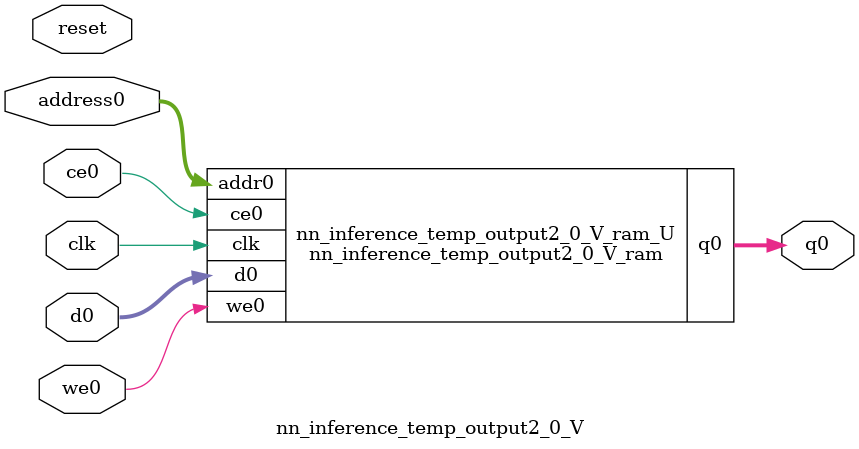
<source format=v>
`timescale 1 ns / 1 ps
module nn_inference_temp_output2_0_V_ram (addr0, ce0, d0, we0, q0,  clk);

parameter DWIDTH = 24;
parameter AWIDTH = 3;
parameter MEM_SIZE = 5;

input[AWIDTH-1:0] addr0;
input ce0;
input[DWIDTH-1:0] d0;
input we0;
output reg[DWIDTH-1:0] q0;
input clk;

reg [DWIDTH-1:0] ram[0:MEM_SIZE-1];




always @(posedge clk)  
begin 
    if (ce0) begin
        if (we0) 
            ram[addr0] <= d0; 
        q0 <= ram[addr0];
    end
end


endmodule

`timescale 1 ns / 1 ps
module nn_inference_temp_output2_0_V(
    reset,
    clk,
    address0,
    ce0,
    we0,
    d0,
    q0);

parameter DataWidth = 32'd24;
parameter AddressRange = 32'd5;
parameter AddressWidth = 32'd3;
input reset;
input clk;
input[AddressWidth - 1:0] address0;
input ce0;
input we0;
input[DataWidth - 1:0] d0;
output[DataWidth - 1:0] q0;



nn_inference_temp_output2_0_V_ram nn_inference_temp_output2_0_V_ram_U(
    .clk( clk ),
    .addr0( address0 ),
    .ce0( ce0 ),
    .we0( we0 ),
    .d0( d0 ),
    .q0( q0 ));

endmodule


</source>
